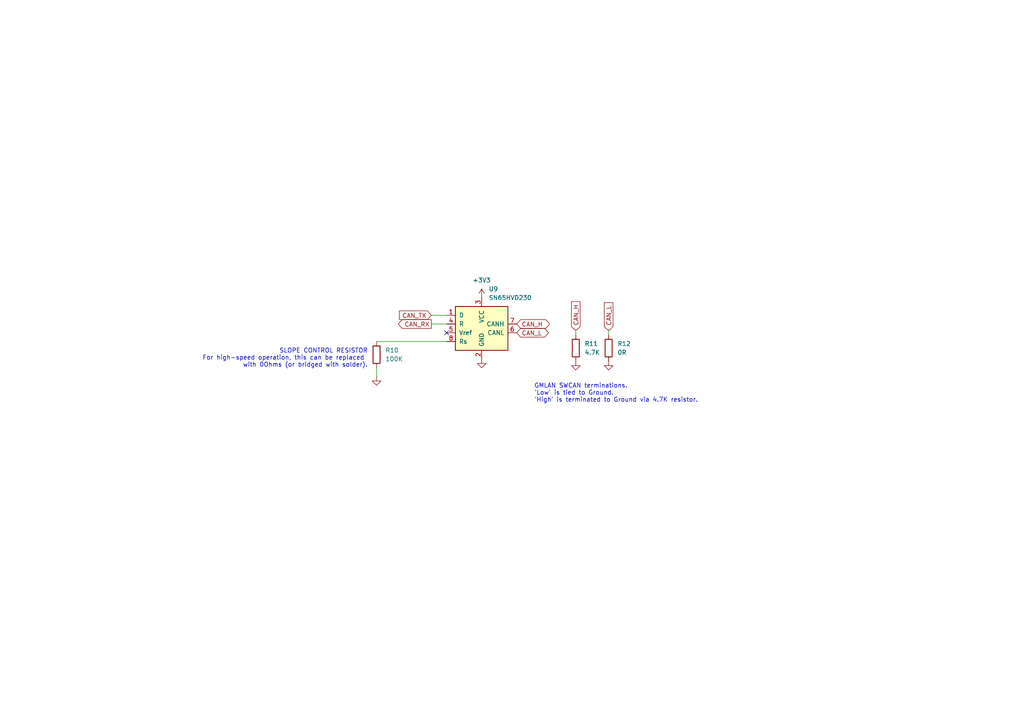
<source format=kicad_sch>
(kicad_sch (version 20211123) (generator eeschema)
  (paper "A4")
  (lib_symbols
    (symbol "Device:R" (pin_numbers hide) (pin_names (offset 0))
      (property "Reference" "R" (at 2.032 0 90))
      (property "Value" "R" (at 0 0 90))
      (symbol "R_0_1"
        (rectangle (start -1.016 -2.54) (end 1.016 2.54) (stroke (width 0.254)))
      )
      (symbol "R_1_1"
        (pin passive line (at 0 3.81 270) (length 1.27) (name "~") (number "1"))
        (pin passive line (at 0 -3.81 90) (length 1.27) (name "~") (number "2"))
      )
    )
    (symbol "Interface_CAN_LIN:SN65HVD230" (pin_names (offset 1.016))
      (property "Reference" "U" (at -2.54 10.16 0))
      (property "Value" "SN65HVD230" (at -2.54 7.62 0))
      (symbol "SN65HVD230_0_1"
        (rectangle (start -7.62 5.08) (end 7.62 -7.62) (stroke (width 0.254)) (fill (type background)))
      )
      (symbol "SN65HVD230_1_1"
        (pin input line (at -10.16 2.54 0) (length 2.54) (name "D") (number "1"))
        (pin power_in line (at 0 -10.16 90) (length 2.54) (name "GND") (number "2"))
        (pin power_in line (at 0 7.62 270) (length 2.54) (name "VCC") (number "3"))
        (pin output line (at -10.16 0 0) (length 2.54) (name "R") (number "4"))
        (pin output line (at -10.16 -2.54 0) (length 2.54) (name "Vref") (number "5"))
        (pin bidirectional line (at 10.16 -2.54 180) (length 2.54) (name "CANL") (number "6"))
        (pin bidirectional line (at 10.16 0 180) (length 2.54) (name "CANH") (number "7"))
        (pin input line (at -10.16 -5.08 0) (length 2.54) (name "Rs") (number "8"))
      )
    )
    (symbol "power:+3V3" (power) (pin_names (offset 0))
      (property "Value" "+3V3" (at 0 3.556 0))
      (symbol "+3V3_0_1"
        (polyline (pts (xy -0.762 1.27) (xy 0 2.54)))
        (polyline (pts (xy 0 0) (xy 0 2.54)))
        (polyline (pts (xy 0 2.54) (xy 0.762 1.27)))
      )
      (symbol "+3V3_1_1"
        (pin power_in line (at 0 0 90) (length 0) hide (name "+3V3") (number "1"))
      )
    )
    (symbol "power:GND" (power) (pin_names (offset 0))
      (property "Value" "GND" (at 0 -3.81 0))
      (symbol "GND_0_1"
        (polyline (pts (xy 0 0) (xy 0 -1.27) (xy 1.27 -1.27) (xy 0 -2.54) (xy -1.27 -1.27) (xy 0 -1.27)))
      )
      (symbol "GND_1_1"
        (pin power_in line (at 0 0 270) (length 0) hide (name "GND") (number "1"))
      )
    )
  )
  (no_connect (at 129.54 96.52))
  (wire (pts (xy 125.095 93.98) (xy 129.54 93.98)))
  (wire (pts (xy 109.22 99.06) (xy 129.54 99.06)))
  (wire (pts (xy 167.005 95.885) (xy 167.005 97.155)))
  (wire (pts (xy 109.22 106.68) (xy 109.22 109.22)))
  (wire (pts (xy 125.095 91.44) (xy 129.54 91.44)))
  (wire (pts (xy 176.53 95.885) (xy 176.53 97.155)))
  (text "SLOPE CONTROL RESISTOR\nFor high-speed operation, this can be replaced \nwith 0Ohms (or bridged with solder)." (at 106.68 106.68 0) (effects (font (size 1.27 1.27)) (justify right bottom)))
  (text "GMLAN SWCAN terminations.\n'Low' is tied to Ground.\n'High' is terminated to Ground via 4.7K resistor." (at 154.94 116.84 0) (effects (font (size 1.27 1.27)) (justify left bottom)))
  (global_label "CAN_L" (shape input) (at 176.53 95.885 90) (property "Intersheet References" "${INTERSHEET_REFS}" (effects hide)))
  (global_label "CAN_H" (shape bidirectional) (at 149.86 93.98 0) (property "Intersheet References" "${INTERSHEET_REFS}" (effects hide)))
  (global_label "CAN_TX" (shape input) (at 125.095 91.44 180) (property "Intersheet References" "${INTERSHEET_REFS}" (effects hide)))
  (global_label "CAN_RX" (shape output) (at 125.095 93.98 180) (property "Intersheet References" "${INTERSHEET_REFS}" (effects hide)))
  (global_label "CAN_L" (shape bidirectional) (at 149.86 96.52 0) (property "Intersheet References" "${INTERSHEET_REFS}" (effects hide)))
  (global_label "CAN_H" (shape input) (at 167.005 95.885 90) (property "Intersheet References" "${INTERSHEET_REFS}" (effects hide)))
  (symbol (lib_id "power:GND") (at 109.22 109.22 0) (unit 1)
    (property "Reference" "#PWR055" (effects hide))
    (property "Value" "GND" (effects hide))
  )
  (symbol (lib_id "Device:R") (at 176.53 100.965 0) (unit 1)
    (property "Reference" "R12" (at 179.07 99.6949 0) (effects (justify left)))
    (property "Value" "0R" (at 179.07 102.2349 0) (effects (justify left)))
    (property "Footprint" "Resistor_SMD:R_1206_3216Metric" (effects hide))
  )
  (symbol (lib_id "power:GND") (at 139.7 104.14 0) (unit 1)
    (property "Reference" "#PWR057" (effects hide))
    (property "Value" "GND" (effects hide))
  )
  (symbol (lib_id "power:GND") (at 176.53 104.775 0) (unit 1)
    (property "Reference" "#PWR059" (effects hide))
    (property "Value" "GND" (effects hide))
  )
  (symbol (lib_id "power:GND") (at 167.005 104.775 0) (unit 1)
    (property "Reference" "#PWR058" (effects hide))
    (property "Value" "GND" (effects hide))
  )
  (symbol (lib_id "Device:R") (at 167.005 100.965 0) (unit 1)
    (property "Reference" "R11" (at 169.545 99.6949 0) (effects (justify left)))
    (property "Value" "4.7K" (at 169.545 102.2349 0) (effects (justify left)))
    (property "Footprint" "Resistor_SMD:R_1206_3216Metric" (effects hide))
  )
  (symbol (lib_id "Interface_CAN_LIN:SN65HVD230") (at 139.7 93.98 0) (unit 1)
    (property "Reference" "U9" (at 141.7194 83.82 0) (effects (justify left)))
    (property "Value" "SN65HVD230" (at 141.7194 86.36 0) (effects (justify left)))
    (property "Footprint" "Package_SO:SOIC-8_3.9x4.9mm_P1.27mm" (effects hide))
    (property "Datasheet" "http://www.ti.com/lit/ds/symlink/sn65hvd230.pdf" (effects hide))
  )
  (symbol (lib_id "power:+3V3") (at 139.7 86.36 0) (unit 1)
    (property "Reference" "#PWR056" (effects hide))
    (property "Value" "+3V3" (at 139.7 81.28 0))
  )
  (symbol (lib_id "Device:R") (at 109.22 102.87 0) (unit 1)
    (property "Reference" "R10" (at 111.76 101.5999 0) (effects (justify left)))
    (property "Value" "100K" (at 111.76 104.1399 0) (effects (justify left)))
    (property "Footprint" "Resistor_SMD:R_0805_2012Metric" (effects hide))
  )
)
</source>
